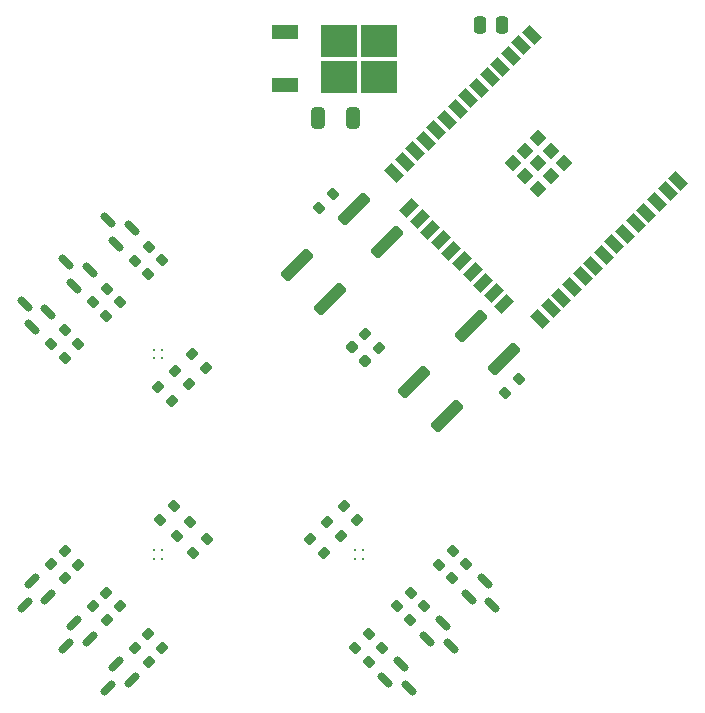
<source format=gtp>
G04 #@! TF.GenerationSoftware,KiCad,Pcbnew,(7.0.0)*
G04 #@! TF.CreationDate,2023-02-17T18:54:55+01:00*
G04 #@! TF.ProjectId,enorme-metapixel,656e6f72-6d65-42d6-9d65-746170697865,rev?*
G04 #@! TF.SameCoordinates,Original*
G04 #@! TF.FileFunction,Paste,Top*
G04 #@! TF.FilePolarity,Positive*
%FSLAX46Y46*%
G04 Gerber Fmt 4.6, Leading zero omitted, Abs format (unit mm)*
G04 Created by KiCad (PCBNEW (7.0.0)) date 2023-02-17 18:54:55*
%MOMM*%
%LPD*%
G01*
G04 APERTURE LIST*
G04 Aperture macros list*
%AMRoundRect*
0 Rectangle with rounded corners*
0 $1 Rounding radius*
0 $2 $3 $4 $5 $6 $7 $8 $9 X,Y pos of 4 corners*
0 Add a 4 corners polygon primitive as box body*
4,1,4,$2,$3,$4,$5,$6,$7,$8,$9,$2,$3,0*
0 Add four circle primitives for the rounded corners*
1,1,$1+$1,$2,$3*
1,1,$1+$1,$4,$5*
1,1,$1+$1,$6,$7*
1,1,$1+$1,$8,$9*
0 Add four rect primitives between the rounded corners*
20,1,$1+$1,$2,$3,$4,$5,0*
20,1,$1+$1,$4,$5,$6,$7,0*
20,1,$1+$1,$6,$7,$8,$9,0*
20,1,$1+$1,$8,$9,$2,$3,0*%
%AMRotRect*
0 Rectangle, with rotation*
0 The origin of the aperture is its center*
0 $1 length*
0 $2 width*
0 $3 Rotation angle, in degrees counterclockwise*
0 Add horizontal line*
21,1,$1,$2,0,0,$3*%
G04 Aperture macros list end*
%ADD10RoundRect,0.150000X-0.521491X0.309359X0.309359X-0.521491X0.521491X-0.309359X-0.309359X0.521491X0*%
%ADD11R,0.290000X0.290000*%
%ADD12RoundRect,0.200000X0.335876X0.053033X0.053033X0.335876X-0.335876X-0.053033X-0.053033X-0.335876X0*%
%ADD13RoundRect,0.200000X-0.053033X0.335876X-0.335876X0.053033X0.053033X-0.335876X0.335876X-0.053033X0*%
%ADD14RoundRect,0.200000X-0.335876X-0.053033X-0.053033X-0.335876X0.335876X0.053033X0.053033X0.335876X0*%
%ADD15RotRect,1.500000X0.900000X315.000000*%
%ADD16RotRect,1.500000X0.900000X45.000000*%
%ADD17RotRect,1.050000X1.050000X315.000000*%
%ADD18RoundRect,0.250000X-0.777817X-1.131371X1.131371X0.777817X0.777817X1.131371X-1.131371X-0.777817X0*%
%ADD19RoundRect,0.200000X0.053033X-0.335876X0.335876X-0.053033X-0.053033X0.335876X-0.335876X0.053033X0*%
%ADD20RoundRect,0.150000X0.309359X0.521491X-0.521491X-0.309359X-0.309359X-0.521491X0.521491X0.309359X0*%
%ADD21RoundRect,0.250000X0.777817X1.131371X-1.131371X-0.777817X-0.777817X-1.131371X1.131371X0.777817X0*%
%ADD22RoundRect,0.250000X-0.325000X-0.650000X0.325000X-0.650000X0.325000X0.650000X-0.325000X0.650000X0*%
%ADD23RoundRect,0.150000X0.521491X-0.309359X-0.309359X0.521491X-0.521491X0.309359X0.309359X-0.521491X0*%
%ADD24R,3.050000X2.750000*%
%ADD25R,2.200000X1.200000*%
%ADD26RoundRect,0.218750X0.335876X0.026517X0.026517X0.335876X-0.335876X-0.026517X-0.026517X-0.335876X0*%
%ADD27RoundRect,0.250000X-0.250000X-0.475000X0.250000X-0.475000X0.250000X0.475000X-0.250000X0.475000X0*%
G04 APERTURE END LIST*
D10*
G04 #@! TO.C,Q3*
X186734356Y-108814195D03*
X185390853Y-110157698D03*
X187388430Y-110811772D03*
G04 #@! TD*
D11*
G04 #@! TO.C,D3*
X158759158Y-106914131D03*
X158759158Y-106224131D03*
X159449158Y-106224131D03*
X159449158Y-106914131D03*
G04 #@! TD*
D12*
G04 #@! TO.C,R4*
X151202240Y-108566709D03*
X150035514Y-107399983D03*
G04 #@! TD*
D13*
G04 #@! TO.C,R11*
X189615816Y-91755244D03*
X188449090Y-92921970D03*
G04 #@! TD*
D12*
G04 #@! TO.C,R6*
X158273308Y-115637775D03*
X157106582Y-114471049D03*
G04 #@! TD*
G04 #@! TO.C,R28*
X161685098Y-92179508D03*
X160518372Y-91012782D03*
G04 #@! TD*
D14*
G04 #@! TO.C,R17*
X154702420Y-109804145D03*
X155869146Y-110970871D03*
G04 #@! TD*
D15*
G04 #@! TO.C,U2*
X190735886Y-62563033D03*
X189837860Y-63461058D03*
X188939834Y-64359084D03*
X188041809Y-65257110D03*
X187143783Y-66155135D03*
X186245758Y-67053161D03*
X185347732Y-67951186D03*
X184449706Y-68849212D03*
X183551681Y-69747238D03*
X182653655Y-70645263D03*
X181755629Y-71543289D03*
X180857604Y-72441314D03*
X179959578Y-73339340D03*
X179061553Y-74237366D03*
D16*
X180327274Y-77270854D03*
X181225299Y-78168879D03*
X182123325Y-79066905D03*
X183021351Y-79964931D03*
X183919376Y-80862956D03*
X184817402Y-81760982D03*
X185715427Y-82659007D03*
X186613453Y-83557033D03*
X187511479Y-84455059D03*
X188409504Y-85353084D03*
D15*
X191435921Y-86611734D03*
X192333947Y-85713709D03*
X193231973Y-84815683D03*
X194129998Y-83917658D03*
X195028024Y-83019632D03*
X195926049Y-82121606D03*
X196824075Y-81223581D03*
X197722101Y-80325555D03*
X198620126Y-79427529D03*
X199518152Y-78529504D03*
X200416177Y-77631478D03*
X201314203Y-76733453D03*
X202212229Y-75835427D03*
X203110254Y-74937401D03*
D17*
X191252074Y-71302873D03*
X190173736Y-72381210D03*
X189095398Y-73459548D03*
X192330411Y-72381210D03*
X191252074Y-73459548D03*
X190173736Y-74537886D03*
X193408749Y-73459548D03*
X192330411Y-74537886D03*
X191252074Y-75616224D03*
G04 #@! TD*
D13*
G04 #@! TO.C,R25*
X161808843Y-103864448D03*
X160642117Y-105031174D03*
G04 #@! TD*
G04 #@! TO.C,R20*
X155869146Y-85196829D03*
X154702420Y-86363555D03*
G04 #@! TD*
G04 #@! TO.C,R26*
X160394628Y-102450233D03*
X159227902Y-103616959D03*
G04 #@! TD*
D12*
G04 #@! TO.C,R5*
X154737774Y-112102241D03*
X153571048Y-110935515D03*
G04 #@! TD*
D18*
G04 #@! TO.C,SW2*
X180741625Y-92002731D03*
X185549951Y-87194405D03*
X183570053Y-94831159D03*
X188378379Y-90022833D03*
G04 #@! TD*
D14*
G04 #@! TO.C,R16*
X151166886Y-106268611D03*
X152333612Y-107435337D03*
G04 #@! TD*
D10*
G04 #@! TO.C,Q1*
X179663288Y-115885263D03*
X178319785Y-117228766D03*
X180317362Y-117882840D03*
G04 #@! TD*
D19*
G04 #@! TO.C,R9*
X150035514Y-88767718D03*
X151202240Y-87600992D03*
G04 #@! TD*
D20*
G04 #@! TO.C,Q4*
X149788028Y-110157698D03*
X148444525Y-108814195D03*
X147790451Y-110811772D03*
G04 #@! TD*
D21*
G04 #@! TO.C,SW1*
X178478884Y-80123338D03*
X173670558Y-84931664D03*
X175650456Y-77294910D03*
X170842130Y-82103236D03*
G04 #@! TD*
D19*
G04 #@! TO.C,R13*
X175774201Y-114506406D03*
X176940927Y-113339680D03*
G04 #@! TD*
D11*
G04 #@! TO.C,D4*
X158759158Y-89253568D03*
X159449158Y-89253568D03*
X159449158Y-89943568D03*
X158759158Y-89943568D03*
G04 #@! TD*
D13*
G04 #@! TO.C,R19*
X159404680Y-81661295D03*
X158237954Y-82828021D03*
G04 #@! TD*
G04 #@! TO.C,R3*
X185143365Y-107399982D03*
X183976639Y-108566708D03*
G04 #@! TD*
G04 #@! TO.C,R27*
X163223056Y-105278662D03*
X162056330Y-106445388D03*
G04 #@! TD*
D14*
G04 #@! TO.C,R23*
X171955825Y-105278662D03*
X173122551Y-106445388D03*
G04 #@! TD*
D19*
G04 #@! TO.C,R8*
X153571048Y-85232184D03*
X154737774Y-84065458D03*
G04 #@! TD*
D22*
G04 #@! TO.C,C1*
X172614441Y-69583851D03*
X175564441Y-69583851D03*
G04 #@! TD*
D19*
G04 #@! TO.C,R14*
X179309736Y-110970871D03*
X180476462Y-109804145D03*
G04 #@! TD*
D14*
G04 #@! TO.C,R24*
X174784252Y-102450235D03*
X175950978Y-103616961D03*
G04 #@! TD*
D19*
G04 #@! TO.C,R7*
X157106582Y-81696650D03*
X158273308Y-80529924D03*
G04 #@! TD*
D12*
G04 #@! TO.C,R12*
X177789455Y-89050560D03*
X176622729Y-87883834D03*
G04 #@! TD*
D23*
G04 #@! TO.C,Q7*
X155515592Y-80282437D03*
X156859095Y-78938934D03*
X154861518Y-78284860D03*
G04 #@! TD*
D24*
G04 #@! TO.C,U1*
X174414439Y-63058849D03*
X174414439Y-66108849D03*
X177764439Y-63058849D03*
X177764439Y-66108849D03*
D25*
X169789439Y-62303849D03*
X169789439Y-66863849D03*
G04 #@! TD*
D12*
G04 #@! TO.C,R29*
X163099311Y-90765295D03*
X161932585Y-89598569D03*
G04 #@! TD*
D20*
G04 #@! TO.C,Q6*
X156859095Y-117228765D03*
X155515592Y-115885262D03*
X154861518Y-117882839D03*
G04 #@! TD*
D23*
G04 #@! TO.C,Q9*
X148444524Y-87353505D03*
X149788027Y-86010002D03*
X147790450Y-85355928D03*
G04 #@! TD*
D12*
G04 #@! TO.C,R30*
X160270885Y-93593721D03*
X159104159Y-92426995D03*
G04 #@! TD*
D14*
G04 #@! TO.C,R18*
X158237954Y-113339680D03*
X159404680Y-114506406D03*
G04 #@! TD*
D19*
G04 #@! TO.C,R15*
X182845268Y-107435337D03*
X184011994Y-106268611D03*
G04 #@! TD*
D23*
G04 #@! TO.C,Q8*
X151980058Y-83817971D03*
X153323561Y-82474468D03*
X151325984Y-81820394D03*
G04 #@! TD*
D11*
G04 #@! TO.C,D2*
X176419722Y-106914131D03*
X175729722Y-106914131D03*
X175729722Y-106224131D03*
X176419722Y-106224131D03*
G04 #@! TD*
D13*
G04 #@! TO.C,R2*
X181607832Y-110935515D03*
X180441106Y-112102241D03*
G04 #@! TD*
G04 #@! TO.C,R10*
X173900368Y-76075151D03*
X172733642Y-77241877D03*
G04 #@! TD*
G04 #@! TO.C,R1*
X178072298Y-114471049D03*
X176905572Y-115637775D03*
G04 #@! TD*
D14*
G04 #@! TO.C,R22*
X173370037Y-103864448D03*
X174536763Y-105031174D03*
G04 #@! TD*
D13*
G04 #@! TO.C,R21*
X152333611Y-88732364D03*
X151166885Y-89899090D03*
G04 #@! TD*
D10*
G04 #@! TO.C,Q2*
X183198822Y-112349729D03*
X181855319Y-113693232D03*
X183852896Y-114347306D03*
G04 #@! TD*
D26*
G04 #@! TO.C,D1*
X176631569Y-90155416D03*
X175517875Y-89041722D03*
G04 #@! TD*
D20*
G04 #@! TO.C,Q5*
X153323561Y-113693231D03*
X151980058Y-112349728D03*
X151325984Y-114347305D03*
G04 #@! TD*
D27*
G04 #@! TO.C,C2*
X186336959Y-61738562D03*
X188236959Y-61738562D03*
G04 #@! TD*
M02*

</source>
